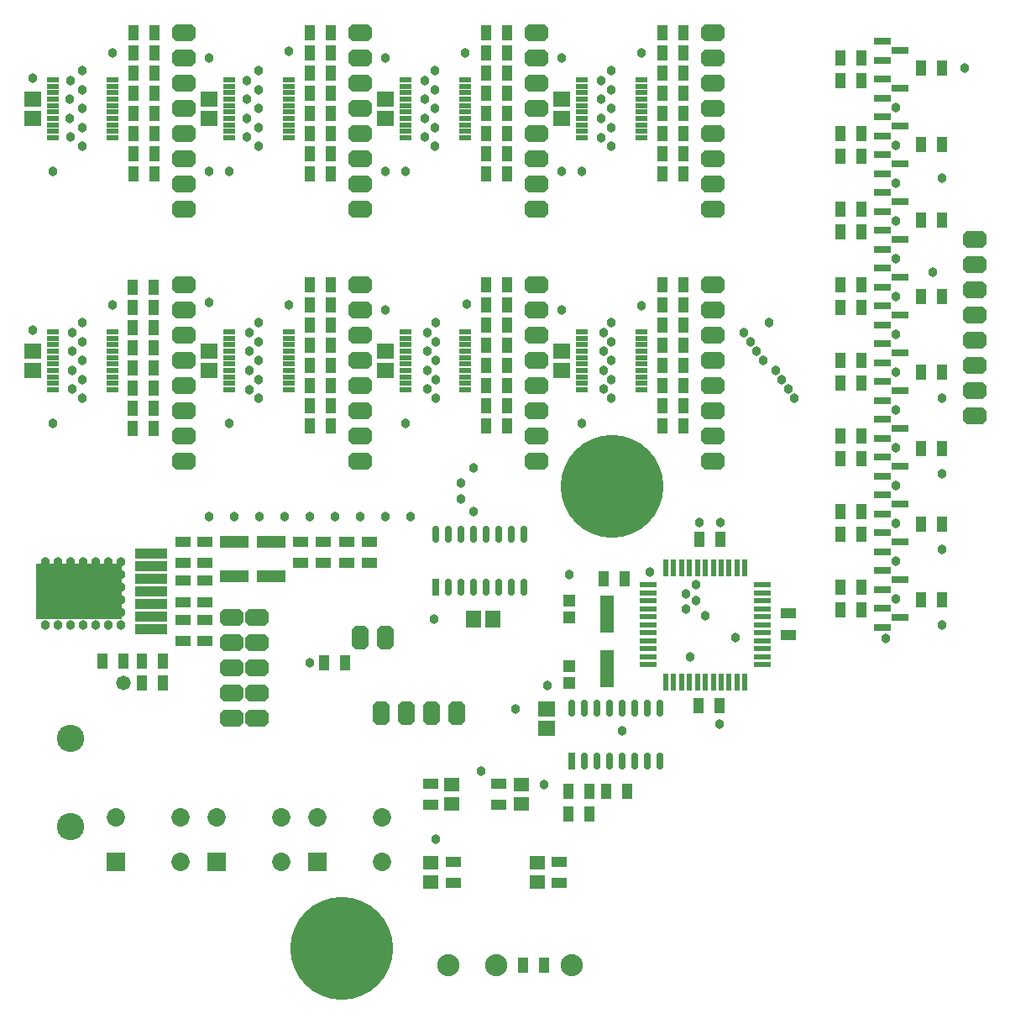
<source format=gts>
%FSLAX25Y25*%
%MOIN*%
G70*
G01*
G75*
G04 Layer_Color=8388736*
%ADD10R,0.03937X0.04331*%
%ADD11R,0.33622X0.21063*%
%ADD12R,0.12047X0.03504*%
%ADD13R,0.05906X0.01598*%
%ADD14R,0.01598X0.05906*%
%ADD15R,0.05906X0.05118*%
%ADD16R,0.11024X0.03740*%
%ADD17R,0.05906X0.02362*%
%ADD18R,0.03347X0.05512*%
%ADD19R,0.04724X0.13780*%
%ADD20O,0.02165X0.05906*%
%ADD21R,0.02165X0.05906*%
%ADD22R,0.05118X0.04528*%
%ADD23R,0.03937X0.01378*%
%ADD24R,0.05512X0.03347*%
%ADD25R,0.05118X0.05906*%
%ADD26C,0.01000*%
%ADD27R,0.06496X0.06496*%
%ADD28C,0.06496*%
G04:AMPARAMS|DCode=29|XSize=60mil|YSize=85mil|CornerRadius=0mil|HoleSize=0mil|Usage=FLASHONLY|Rotation=90.000|XOffset=0mil|YOffset=0mil|HoleType=Round|Shape=Octagon|*
%AMOCTAGOND29*
4,1,8,-0.04250,-0.01500,-0.04250,0.01500,-0.02750,0.03000,0.02750,0.03000,0.04250,0.01500,0.04250,-0.01500,0.02750,-0.03000,-0.02750,-0.03000,-0.04250,-0.01500,0.0*
%
%ADD29OCTAGOND29*%

G04:AMPARAMS|DCode=30|XSize=60mil|YSize=85mil|CornerRadius=0mil|HoleSize=0mil|Usage=FLASHONLY|Rotation=180.000|XOffset=0mil|YOffset=0mil|HoleType=Round|Shape=Octagon|*
%AMOCTAGOND30*
4,1,8,0.01500,-0.04250,-0.01500,-0.04250,-0.03000,-0.02750,-0.03000,0.02750,-0.01500,0.04250,0.01500,0.04250,0.03000,0.02750,0.03000,-0.02750,0.01500,-0.04250,0.0*
%
%ADD30OCTAGOND30*%

%ADD31C,0.03000*%
%ADD32C,0.08000*%
%ADD33C,0.05000*%
%ADD34C,0.40000*%
%ADD35C,0.10000*%
%ADD36C,0.04000*%
%ADD37C,0.07937*%
%ADD38C,0.07500*%
%ADD39C,0.05500*%
%ADD40C,0.09000*%
%ADD41C,0.30000*%
%ADD42C,0.09500*%
%ADD43R,0.38000X0.34000*%
%ADD44C,0.06800*%
%ADD45C,0.00984*%
%ADD46C,0.00787*%
%ADD47C,0.00500*%
%ADD48C,0.00800*%
%ADD49C,0.00700*%
%ADD50R,0.04737X0.05131*%
%ADD51R,0.34422X0.21863*%
%ADD52R,0.12847X0.04304*%
%ADD53R,0.06706X0.02398*%
%ADD54R,0.02398X0.06706*%
%ADD55R,0.06706X0.05918*%
%ADD56R,0.11824X0.04540*%
%ADD57R,0.06706X0.03162*%
%ADD58R,0.04147X0.06312*%
%ADD59R,0.05524X0.14579*%
%ADD60O,0.02965X0.06706*%
%ADD61R,0.02965X0.06706*%
%ADD62R,0.05918X0.05328*%
%ADD63R,0.04737X0.02178*%
%ADD64R,0.06312X0.04147*%
%ADD65R,0.05918X0.06706*%
%ADD66R,0.07296X0.07296*%
%ADD67C,0.07296*%
G04:AMPARAMS|DCode=68|XSize=68mil|YSize=93mil|CornerRadius=0mil|HoleSize=0mil|Usage=FLASHONLY|Rotation=90.000|XOffset=0mil|YOffset=0mil|HoleType=Round|Shape=Octagon|*
%AMOCTAGOND68*
4,1,8,-0.04650,-0.01700,-0.04650,0.01700,-0.02950,0.03400,0.02950,0.03400,0.04650,0.01700,0.04650,-0.01700,0.02950,-0.03400,-0.02950,-0.03400,-0.04650,-0.01700,0.0*
%
%ADD68OCTAGOND68*%

G04:AMPARAMS|DCode=69|XSize=68mil|YSize=93mil|CornerRadius=0mil|HoleSize=0mil|Usage=FLASHONLY|Rotation=180.000|XOffset=0mil|YOffset=0mil|HoleType=Round|Shape=Octagon|*
%AMOCTAGOND69*
4,1,8,0.01700,-0.04650,-0.01700,-0.04650,-0.03400,-0.02950,-0.03400,0.02950,-0.01700,0.04650,0.01700,0.04650,0.03400,0.02950,0.03400,-0.02950,0.01700,-0.04650,0.0*
%
%ADD69OCTAGOND69*%

%ADD70C,0.03800*%
%ADD71C,0.08800*%
%ADD72C,0.05800*%
%ADD73C,0.40800*%
%ADD74C,0.10800*%
D50*
X323000Y232154D02*
D03*
Y238846D02*
D03*
Y258154D02*
D03*
Y264846D02*
D03*
D51*
X128340Y268500D02*
D03*
D52*
X157100Y253500D02*
D03*
Y258500D02*
D03*
Y263500D02*
D03*
Y268500D02*
D03*
Y273500D02*
D03*
Y278500D02*
D03*
Y283500D02*
D03*
D53*
X354500Y271000D02*
D03*
Y267850D02*
D03*
Y264701D02*
D03*
Y261551D02*
D03*
Y258402D02*
D03*
Y255252D02*
D03*
Y252102D02*
D03*
Y248953D02*
D03*
Y245803D02*
D03*
Y242653D02*
D03*
Y239504D02*
D03*
X399776D02*
D03*
Y242653D02*
D03*
Y245803D02*
D03*
Y248953D02*
D03*
Y252102D02*
D03*
Y255252D02*
D03*
Y258402D02*
D03*
Y261551D02*
D03*
Y264701D02*
D03*
Y267850D02*
D03*
Y271000D02*
D03*
D54*
X361390Y232614D02*
D03*
X364539D02*
D03*
X367689D02*
D03*
X370839D02*
D03*
X373988D02*
D03*
X377138D02*
D03*
X380287D02*
D03*
X383437D02*
D03*
X386587D02*
D03*
X389736D02*
D03*
X392886D02*
D03*
Y277890D02*
D03*
X389736D02*
D03*
X386587D02*
D03*
X383437D02*
D03*
X380287D02*
D03*
X377138D02*
D03*
X373988D02*
D03*
X370839D02*
D03*
X367689D02*
D03*
X364539D02*
D03*
X361390D02*
D03*
D55*
X314000Y214260D02*
D03*
Y221740D02*
D03*
X320000Y356260D02*
D03*
Y363740D02*
D03*
X250000Y356260D02*
D03*
Y363740D02*
D03*
X180000Y356260D02*
D03*
Y363740D02*
D03*
X110000Y356260D02*
D03*
Y363740D02*
D03*
X320000Y456260D02*
D03*
Y463740D02*
D03*
X250000Y456260D02*
D03*
Y463740D02*
D03*
X180000Y456260D02*
D03*
Y463740D02*
D03*
X110000Y456260D02*
D03*
Y463740D02*
D03*
D56*
X190200Y288146D02*
D03*
Y274563D02*
D03*
X204600Y288091D02*
D03*
Y274509D02*
D03*
D57*
X447457Y471740D02*
D03*
Y464260D02*
D03*
X454543Y468000D02*
D03*
X447457Y276740D02*
D03*
Y269260D02*
D03*
X454543Y273000D02*
D03*
X447457Y261740D02*
D03*
Y254260D02*
D03*
X454543Y258000D02*
D03*
X447457Y306740D02*
D03*
Y299260D02*
D03*
X454543Y303000D02*
D03*
X447457Y291740D02*
D03*
Y284260D02*
D03*
X454543Y288000D02*
D03*
X447457Y336740D02*
D03*
Y329260D02*
D03*
X454543Y333000D02*
D03*
X447457Y321740D02*
D03*
Y314260D02*
D03*
X454543Y318000D02*
D03*
X447457Y366740D02*
D03*
Y359260D02*
D03*
X454543Y363000D02*
D03*
X447457Y351740D02*
D03*
Y344260D02*
D03*
X454543Y348000D02*
D03*
X447457Y396740D02*
D03*
Y389260D02*
D03*
X454543Y393000D02*
D03*
X447457Y381740D02*
D03*
Y374260D02*
D03*
X454543Y378000D02*
D03*
X447457Y426740D02*
D03*
Y419260D02*
D03*
X454543Y423000D02*
D03*
X447457Y411740D02*
D03*
Y404260D02*
D03*
X454543Y408000D02*
D03*
X447457Y456740D02*
D03*
Y449260D02*
D03*
X454543Y453000D02*
D03*
X447457Y441740D02*
D03*
Y434260D02*
D03*
X454543Y438000D02*
D03*
X447457Y486740D02*
D03*
Y479260D02*
D03*
X454543Y483000D02*
D03*
D58*
X471232Y476000D02*
D03*
X462768D02*
D03*
X374768Y289000D02*
D03*
X383232D02*
D03*
X137768Y240800D02*
D03*
X146232D02*
D03*
X161732Y232100D02*
D03*
X153268D02*
D03*
X161732Y240900D02*
D03*
X153268D02*
D03*
X382732Y223000D02*
D03*
X374268D02*
D03*
X331232Y189000D02*
D03*
X322768D02*
D03*
X346232D02*
D03*
X337768D02*
D03*
X331232Y180000D02*
D03*
X322768D02*
D03*
X336768Y273500D02*
D03*
X345232D02*
D03*
X220000Y490000D02*
D03*
X228465D02*
D03*
X290000D02*
D03*
X298465D02*
D03*
X360000D02*
D03*
X368465D02*
D03*
X220000Y482000D02*
D03*
X228465D02*
D03*
X290000D02*
D03*
X298465D02*
D03*
X360000D02*
D03*
X368465D02*
D03*
X220000Y474000D02*
D03*
X228465D02*
D03*
X290000D02*
D03*
X298465D02*
D03*
X360000D02*
D03*
X368465D02*
D03*
X220000Y466000D02*
D03*
X228465D02*
D03*
X290000D02*
D03*
X298465D02*
D03*
X360000D02*
D03*
X368465D02*
D03*
X220000Y458000D02*
D03*
X228465D02*
D03*
X290000D02*
D03*
X298465D02*
D03*
X360000D02*
D03*
X368465D02*
D03*
X220000Y450000D02*
D03*
X228465D02*
D03*
X290000D02*
D03*
X298465D02*
D03*
X360000D02*
D03*
X368465D02*
D03*
X220000Y442000D02*
D03*
X228465D02*
D03*
X290000D02*
D03*
X298465D02*
D03*
X360000D02*
D03*
X368465D02*
D03*
X150000Y434000D02*
D03*
X158465D02*
D03*
X220000D02*
D03*
X228465D02*
D03*
X290000D02*
D03*
X298465D02*
D03*
X360000D02*
D03*
X368465D02*
D03*
X149768Y357000D02*
D03*
X158232D02*
D03*
X149768Y349000D02*
D03*
X158232D02*
D03*
X149768Y341000D02*
D03*
X158232D02*
D03*
X430768Y270000D02*
D03*
X439232D02*
D03*
X430768Y261000D02*
D03*
X439232D02*
D03*
X430768Y300000D02*
D03*
X439232D02*
D03*
X430768Y291000D02*
D03*
X439232D02*
D03*
X430768Y330000D02*
D03*
X439232D02*
D03*
X430768Y321000D02*
D03*
X439232D02*
D03*
X430768Y360000D02*
D03*
X439232D02*
D03*
X430768Y351000D02*
D03*
X439232D02*
D03*
X430768Y390000D02*
D03*
X439232D02*
D03*
X430768Y381000D02*
D03*
X439232D02*
D03*
X430768Y420000D02*
D03*
X439232D02*
D03*
X430768Y411000D02*
D03*
X439232D02*
D03*
X430768Y450000D02*
D03*
X439232D02*
D03*
X430768Y441000D02*
D03*
X439232D02*
D03*
X430768Y480000D02*
D03*
X439232D02*
D03*
X430768Y471000D02*
D03*
X439232D02*
D03*
X471232Y265000D02*
D03*
X462768D02*
D03*
X471232Y295143D02*
D03*
X462768D02*
D03*
X471232Y325286D02*
D03*
X462768D02*
D03*
X471232Y355429D02*
D03*
X462768D02*
D03*
X471232Y385571D02*
D03*
X462768D02*
D03*
X471232Y415714D02*
D03*
X462768D02*
D03*
X471232Y445857D02*
D03*
X462768D02*
D03*
X313232Y120000D02*
D03*
X304768D02*
D03*
X360000Y334000D02*
D03*
X368465D02*
D03*
X360000Y342000D02*
D03*
X368465D02*
D03*
X360000Y350000D02*
D03*
X368465D02*
D03*
X360000Y358000D02*
D03*
X368465D02*
D03*
X360000Y366000D02*
D03*
X368465D02*
D03*
X360000Y374000D02*
D03*
X368465D02*
D03*
X360000Y382000D02*
D03*
X368465D02*
D03*
X360000Y390000D02*
D03*
X368465D02*
D03*
X290000Y334000D02*
D03*
X298465D02*
D03*
X290000Y342000D02*
D03*
X298465D02*
D03*
X290000Y350000D02*
D03*
X298465D02*
D03*
X290000Y358000D02*
D03*
X298465D02*
D03*
X290000Y366000D02*
D03*
X298465D02*
D03*
X290000Y374000D02*
D03*
X298465D02*
D03*
X290000Y382000D02*
D03*
X298465D02*
D03*
X290000Y390000D02*
D03*
X298465D02*
D03*
X220000Y334000D02*
D03*
X228465D02*
D03*
X149768Y333000D02*
D03*
X158232D02*
D03*
X220000Y342000D02*
D03*
X228465D02*
D03*
X220000Y350000D02*
D03*
X228465D02*
D03*
X220000Y358000D02*
D03*
X228465D02*
D03*
X220000Y366000D02*
D03*
X228465D02*
D03*
X220000Y374000D02*
D03*
X228465D02*
D03*
X220000Y382000D02*
D03*
X228465D02*
D03*
X220000Y390000D02*
D03*
X228465D02*
D03*
X149768Y373000D02*
D03*
X158232D02*
D03*
X149768Y381000D02*
D03*
X158232D02*
D03*
X149768Y365000D02*
D03*
X158232D02*
D03*
X149768Y389000D02*
D03*
X158232D02*
D03*
X150000Y442000D02*
D03*
X158465D02*
D03*
X150000Y450000D02*
D03*
X158465D02*
D03*
X150000Y458000D02*
D03*
X158465D02*
D03*
X150000Y466000D02*
D03*
X158465D02*
D03*
X150000Y474000D02*
D03*
X158465D02*
D03*
X150000Y482000D02*
D03*
X158465D02*
D03*
X150000Y490000D02*
D03*
X158465D02*
D03*
X225768Y240000D02*
D03*
X234232D02*
D03*
D59*
X338000Y259327D02*
D03*
Y237673D02*
D03*
D60*
X359000Y222260D02*
D03*
X354000D02*
D03*
X349000D02*
D03*
X344000D02*
D03*
X339000D02*
D03*
X334000D02*
D03*
X329000D02*
D03*
X324000D02*
D03*
X359000Y201000D02*
D03*
X354000D02*
D03*
X349000D02*
D03*
X344000D02*
D03*
X339000D02*
D03*
X334000D02*
D03*
X329000D02*
D03*
X275000Y270000D02*
D03*
X280000D02*
D03*
X285000D02*
D03*
X290000D02*
D03*
X295000D02*
D03*
X300000D02*
D03*
X305000D02*
D03*
X270000Y291260D02*
D03*
X275000D02*
D03*
X280000D02*
D03*
X285000D02*
D03*
X290000D02*
D03*
X295000D02*
D03*
X300000D02*
D03*
X305000D02*
D03*
D61*
X324000Y201000D02*
D03*
X270000Y270000D02*
D03*
D62*
X268000Y153063D02*
D03*
Y160937D02*
D03*
X276445Y184063D02*
D03*
Y191937D02*
D03*
X304000Y184063D02*
D03*
Y191937D02*
D03*
X310500Y153063D02*
D03*
Y160937D02*
D03*
D63*
X188189Y371516D02*
D03*
Y368957D02*
D03*
Y366398D02*
D03*
Y363839D02*
D03*
Y361279D02*
D03*
Y358720D02*
D03*
Y356161D02*
D03*
Y353602D02*
D03*
Y351043D02*
D03*
Y348484D02*
D03*
X211811Y348484D02*
D03*
Y351043D02*
D03*
Y353602D02*
D03*
Y356161D02*
D03*
Y358720D02*
D03*
Y361279D02*
D03*
Y363838D02*
D03*
Y366398D02*
D03*
Y368957D02*
D03*
Y371516D02*
D03*
X118189Y471516D02*
D03*
Y468957D02*
D03*
Y466397D02*
D03*
Y463838D02*
D03*
Y461279D02*
D03*
Y458720D02*
D03*
Y456161D02*
D03*
Y453602D02*
D03*
Y451043D02*
D03*
Y448484D02*
D03*
X141811Y448484D02*
D03*
Y451043D02*
D03*
Y453602D02*
D03*
Y456161D02*
D03*
Y458720D02*
D03*
Y461279D02*
D03*
Y463838D02*
D03*
Y466397D02*
D03*
Y468957D02*
D03*
Y471516D02*
D03*
X188189Y471516D02*
D03*
Y468957D02*
D03*
Y466397D02*
D03*
Y463838D02*
D03*
Y461279D02*
D03*
Y458720D02*
D03*
Y456161D02*
D03*
Y453602D02*
D03*
Y451043D02*
D03*
Y448484D02*
D03*
X211811Y448484D02*
D03*
Y451043D02*
D03*
Y453602D02*
D03*
Y456161D02*
D03*
Y458720D02*
D03*
Y461279D02*
D03*
Y463838D02*
D03*
Y466397D02*
D03*
Y468957D02*
D03*
Y471516D02*
D03*
X258189Y471516D02*
D03*
Y468957D02*
D03*
Y466397D02*
D03*
Y463838D02*
D03*
Y461279D02*
D03*
Y458720D02*
D03*
Y456161D02*
D03*
Y453602D02*
D03*
Y451043D02*
D03*
Y448484D02*
D03*
X281811Y448484D02*
D03*
Y451043D02*
D03*
Y453602D02*
D03*
Y456161D02*
D03*
Y458720D02*
D03*
Y461279D02*
D03*
Y463838D02*
D03*
Y466397D02*
D03*
Y468957D02*
D03*
Y471516D02*
D03*
X328189Y471516D02*
D03*
Y468957D02*
D03*
Y466397D02*
D03*
Y463838D02*
D03*
Y461279D02*
D03*
Y458720D02*
D03*
Y456161D02*
D03*
Y453602D02*
D03*
Y451043D02*
D03*
Y448484D02*
D03*
X351811Y448484D02*
D03*
Y451043D02*
D03*
Y453602D02*
D03*
Y456161D02*
D03*
Y458720D02*
D03*
Y461279D02*
D03*
Y463838D02*
D03*
Y466397D02*
D03*
Y468957D02*
D03*
Y471516D02*
D03*
X118189Y371516D02*
D03*
Y368957D02*
D03*
Y366398D02*
D03*
Y363839D02*
D03*
Y361279D02*
D03*
Y358720D02*
D03*
Y356161D02*
D03*
Y353602D02*
D03*
Y351043D02*
D03*
Y348484D02*
D03*
X141811Y348484D02*
D03*
Y351043D02*
D03*
Y353602D02*
D03*
Y356161D02*
D03*
Y358720D02*
D03*
Y361279D02*
D03*
Y363838D02*
D03*
Y366398D02*
D03*
Y368957D02*
D03*
Y371516D02*
D03*
X328189Y371516D02*
D03*
Y368957D02*
D03*
Y366398D02*
D03*
Y363839D02*
D03*
Y361279D02*
D03*
Y358720D02*
D03*
Y356161D02*
D03*
Y353602D02*
D03*
Y351043D02*
D03*
Y348484D02*
D03*
X351811Y348484D02*
D03*
Y351043D02*
D03*
Y353602D02*
D03*
Y356161D02*
D03*
Y358720D02*
D03*
Y361279D02*
D03*
Y363838D02*
D03*
Y366398D02*
D03*
Y368957D02*
D03*
Y371516D02*
D03*
X258189Y371516D02*
D03*
Y368957D02*
D03*
Y366398D02*
D03*
Y363839D02*
D03*
Y361279D02*
D03*
Y358720D02*
D03*
Y356161D02*
D03*
Y353602D02*
D03*
Y351043D02*
D03*
Y348484D02*
D03*
X281811Y348484D02*
D03*
Y351043D02*
D03*
Y353602D02*
D03*
Y356161D02*
D03*
Y358720D02*
D03*
Y361279D02*
D03*
Y363838D02*
D03*
Y366398D02*
D03*
Y368957D02*
D03*
Y371516D02*
D03*
D64*
X178500Y279780D02*
D03*
Y288244D02*
D03*
X169600Y279780D02*
D03*
Y288244D02*
D03*
X225500Y279768D02*
D03*
Y288232D02*
D03*
X216400Y279768D02*
D03*
Y288232D02*
D03*
X178500Y264268D02*
D03*
Y272732D02*
D03*
X169600Y272732D02*
D03*
Y264268D02*
D03*
X178500Y248756D02*
D03*
Y257221D02*
D03*
X169600Y248756D02*
D03*
Y257221D02*
D03*
X268000Y183768D02*
D03*
Y192232D02*
D03*
X295000Y183768D02*
D03*
Y192232D02*
D03*
X234600Y279768D02*
D03*
Y288232D02*
D03*
X243700Y279780D02*
D03*
Y288244D02*
D03*
X410000Y259732D02*
D03*
Y251268D02*
D03*
X319000Y152815D02*
D03*
Y161279D02*
D03*
X277000D02*
D03*
Y152815D02*
D03*
D65*
X285260Y257500D02*
D03*
X292740D02*
D03*
D66*
X223205Y161142D02*
D03*
X183205D02*
D03*
X143205D02*
D03*
D67*
X223205Y178858D02*
D03*
X248795D02*
D03*
Y161142D02*
D03*
X208795D02*
D03*
Y178858D02*
D03*
X183205D02*
D03*
X168795Y161142D02*
D03*
Y178858D02*
D03*
X143205D02*
D03*
D68*
X484000Y338000D02*
D03*
Y348000D02*
D03*
Y358000D02*
D03*
Y368000D02*
D03*
Y378000D02*
D03*
Y388000D02*
D03*
Y398000D02*
D03*
Y408000D02*
D03*
X199000Y218000D02*
D03*
Y228000D02*
D03*
Y238000D02*
D03*
Y248000D02*
D03*
Y258000D02*
D03*
X189000Y218000D02*
D03*
Y228000D02*
D03*
Y238000D02*
D03*
Y248000D02*
D03*
Y258000D02*
D03*
X170000Y490000D02*
D03*
Y480000D02*
D03*
Y470000D02*
D03*
Y460000D02*
D03*
Y450000D02*
D03*
Y440000D02*
D03*
Y430000D02*
D03*
Y420000D02*
D03*
X240000Y490000D02*
D03*
Y480000D02*
D03*
Y470000D02*
D03*
Y460000D02*
D03*
Y450000D02*
D03*
Y440000D02*
D03*
Y430000D02*
D03*
Y420000D02*
D03*
X310000Y490000D02*
D03*
Y480000D02*
D03*
Y470000D02*
D03*
Y460000D02*
D03*
Y450000D02*
D03*
Y440000D02*
D03*
Y430000D02*
D03*
Y420000D02*
D03*
X380000Y490000D02*
D03*
Y480000D02*
D03*
Y470000D02*
D03*
Y460000D02*
D03*
Y450000D02*
D03*
Y440000D02*
D03*
Y430000D02*
D03*
Y420000D02*
D03*
X170000Y390000D02*
D03*
Y380000D02*
D03*
Y370000D02*
D03*
Y360000D02*
D03*
Y350000D02*
D03*
Y340000D02*
D03*
Y330000D02*
D03*
Y320000D02*
D03*
X240000Y390000D02*
D03*
Y380000D02*
D03*
Y370000D02*
D03*
Y360000D02*
D03*
Y350000D02*
D03*
Y340000D02*
D03*
Y330000D02*
D03*
Y320000D02*
D03*
X310000Y390000D02*
D03*
Y380000D02*
D03*
Y370000D02*
D03*
Y360000D02*
D03*
Y350000D02*
D03*
Y340000D02*
D03*
Y330000D02*
D03*
Y320000D02*
D03*
X380000Y390000D02*
D03*
Y380000D02*
D03*
Y370000D02*
D03*
Y360000D02*
D03*
Y350000D02*
D03*
Y340000D02*
D03*
Y330000D02*
D03*
Y320000D02*
D03*
D69*
X248500Y220000D02*
D03*
X258500D02*
D03*
X268500D02*
D03*
X278500D02*
D03*
X240000Y250000D02*
D03*
X250000D02*
D03*
D70*
X336600Y348800D02*
D03*
X266700Y348700D02*
D03*
X196200Y348500D02*
D03*
X125900Y348800D02*
D03*
X335800Y448400D02*
D03*
X265600Y448700D02*
D03*
X195000Y463750D02*
D03*
Y448750D02*
D03*
X124957Y471250D02*
D03*
X124780Y456250D02*
D03*
X125000Y448750D02*
D03*
X260000Y298000D02*
D03*
X250000D02*
D03*
X240000D02*
D03*
X230000D02*
D03*
X220000D02*
D03*
X210000D02*
D03*
X200000D02*
D03*
X190000D02*
D03*
X180000D02*
D03*
X115000Y280000D02*
D03*
X120000D02*
D03*
X125000D02*
D03*
X130000D02*
D03*
X269321Y257500D02*
D03*
X355000Y276000D02*
D03*
X377138Y258862D02*
D03*
X220000Y240000D02*
D03*
X351811Y482189D02*
D03*
X281811D02*
D03*
X211811Y482689D02*
D03*
X141811Y482189D02*
D03*
X199721Y345000D02*
D03*
X141811Y382189D02*
D03*
X211811Y382311D02*
D03*
X282500Y382500D02*
D03*
X351811Y381811D02*
D03*
X280000Y311500D02*
D03*
X285000Y317500D02*
D03*
X280000Y305000D02*
D03*
X285000Y300000D02*
D03*
X270000Y367500D02*
D03*
X400000Y360000D02*
D03*
X392500Y371250D02*
D03*
X397500Y363750D02*
D03*
X405000Y356250D02*
D03*
X410000Y348750D02*
D03*
X402500Y375000D02*
D03*
X395000Y367500D02*
D03*
X407500Y352500D02*
D03*
X412500Y345000D02*
D03*
X335800Y471250D02*
D03*
X339721Y467500D02*
D03*
X335800Y463750D02*
D03*
X339721Y460000D02*
D03*
X335800Y456250D02*
D03*
X339721Y452500D02*
D03*
Y445000D02*
D03*
Y475000D02*
D03*
X265600Y471250D02*
D03*
X269721Y467500D02*
D03*
X265600Y463750D02*
D03*
X269721Y460000D02*
D03*
X265600Y456250D02*
D03*
X269721Y452500D02*
D03*
Y445000D02*
D03*
Y475000D02*
D03*
X195000Y471250D02*
D03*
X199721Y467500D02*
D03*
Y460000D02*
D03*
X195000Y456250D02*
D03*
X199721Y452500D02*
D03*
Y445000D02*
D03*
Y475000D02*
D03*
X129721Y467500D02*
D03*
X124720Y463750D02*
D03*
X129721Y460000D02*
D03*
Y452500D02*
D03*
Y445000D02*
D03*
Y475000D02*
D03*
X125900Y371250D02*
D03*
X129721Y367500D02*
D03*
X125900Y363750D02*
D03*
X129721Y360000D02*
D03*
X125900Y356250D02*
D03*
X129721Y352500D02*
D03*
Y345000D02*
D03*
Y375000D02*
D03*
X196200Y371250D02*
D03*
X199721Y367500D02*
D03*
X196200Y363750D02*
D03*
X199721Y360000D02*
D03*
X196200Y356250D02*
D03*
X199721Y352500D02*
D03*
Y375000D02*
D03*
X270000Y375000D02*
D03*
X339721Y375000D02*
D03*
X270000Y345000D02*
D03*
Y352500D02*
D03*
X266700Y356250D02*
D03*
X270000Y360000D02*
D03*
X266700Y363750D02*
D03*
Y371250D02*
D03*
X336600Y371250D02*
D03*
Y363750D02*
D03*
Y356250D02*
D03*
X339721Y345000D02*
D03*
Y352500D02*
D03*
Y360000D02*
D03*
Y367500D02*
D03*
X480000Y476000D02*
D03*
X471232Y432500D02*
D03*
X467500Y395000D02*
D03*
X471232Y345232D02*
D03*
Y315232D02*
D03*
Y285268D02*
D03*
Y255232D02*
D03*
X371000Y242500D02*
D03*
X373500Y264701D02*
D03*
Y271000D02*
D03*
X369500Y267500D02*
D03*
Y261500D02*
D03*
X374768Y295768D02*
D03*
X383232Y295768D02*
D03*
X382732Y215732D02*
D03*
X389000Y250000D02*
D03*
X270000Y170000D02*
D03*
X314268Y231268D02*
D03*
X323000Y275000D02*
D03*
X250000Y380000D02*
D03*
X320000D02*
D03*
X180000Y383000D02*
D03*
X110000Y372000D02*
D03*
Y472000D02*
D03*
X180000Y480000D02*
D03*
X320000D02*
D03*
X250000D02*
D03*
X118189Y435189D02*
D03*
X188189D02*
D03*
X258189D02*
D03*
X328189D02*
D03*
Y335189D02*
D03*
X258189D02*
D03*
X188189D02*
D03*
X118189D02*
D03*
X180000Y435000D02*
D03*
X250000D02*
D03*
X320000D02*
D03*
X344000Y213000D02*
D03*
X288000Y197000D02*
D03*
X301740Y221740D02*
D03*
X312937Y191937D02*
D03*
X448700Y249900D02*
D03*
X452600Y265400D02*
D03*
Y280400D02*
D03*
Y295400D02*
D03*
Y310400D02*
D03*
Y325400D02*
D03*
Y340400D02*
D03*
Y355400D02*
D03*
Y370400D02*
D03*
Y385400D02*
D03*
Y400400D02*
D03*
Y415400D02*
D03*
Y430400D02*
D03*
Y445400D02*
D03*
Y460400D02*
D03*
X115000Y255000D02*
D03*
Y260000D02*
D03*
Y265000D02*
D03*
Y270000D02*
D03*
Y275000D02*
D03*
X120000Y255000D02*
D03*
X125000D02*
D03*
X130000D02*
D03*
X135000D02*
D03*
X140000D02*
D03*
Y260000D02*
D03*
X135000D02*
D03*
X130000D02*
D03*
X125000D02*
D03*
X120000D02*
D03*
Y265000D02*
D03*
X135000Y280000D02*
D03*
X140000D02*
D03*
X145000D02*
D03*
Y275000D02*
D03*
X140000D02*
D03*
X135000D02*
D03*
X130000D02*
D03*
X125000D02*
D03*
X120000D02*
D03*
Y270000D02*
D03*
X125000D02*
D03*
X130000D02*
D03*
X135000D02*
D03*
X140000D02*
D03*
X145000D02*
D03*
Y265000D02*
D03*
X140000D02*
D03*
X135000D02*
D03*
X130000D02*
D03*
X125000D02*
D03*
X145000Y260000D02*
D03*
Y255000D02*
D03*
D71*
X294000Y120000D02*
D03*
X275000D02*
D03*
X324000D02*
D03*
D72*
X146000Y232000D02*
D03*
D73*
X232600Y126900D02*
D03*
X340000Y310000D02*
D03*
D74*
X125000Y210000D02*
D03*
Y175000D02*
D03*
M02*

</source>
